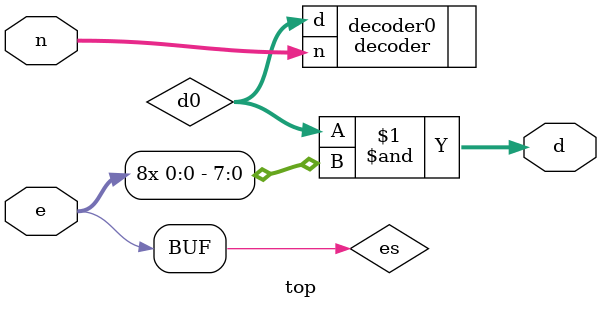
<source format=v>
`timescale 1ns / 1ps 

module top(
           input  [2:0] n,
           input        e,
           output [7:0] d
           );

   wire [7:0] d0;
   assign es = {8{e}};
   decoder decoder0(.n(n), .d(d0));
   assign d = d0[7:0] & {8{e}};

endmodule

</source>
